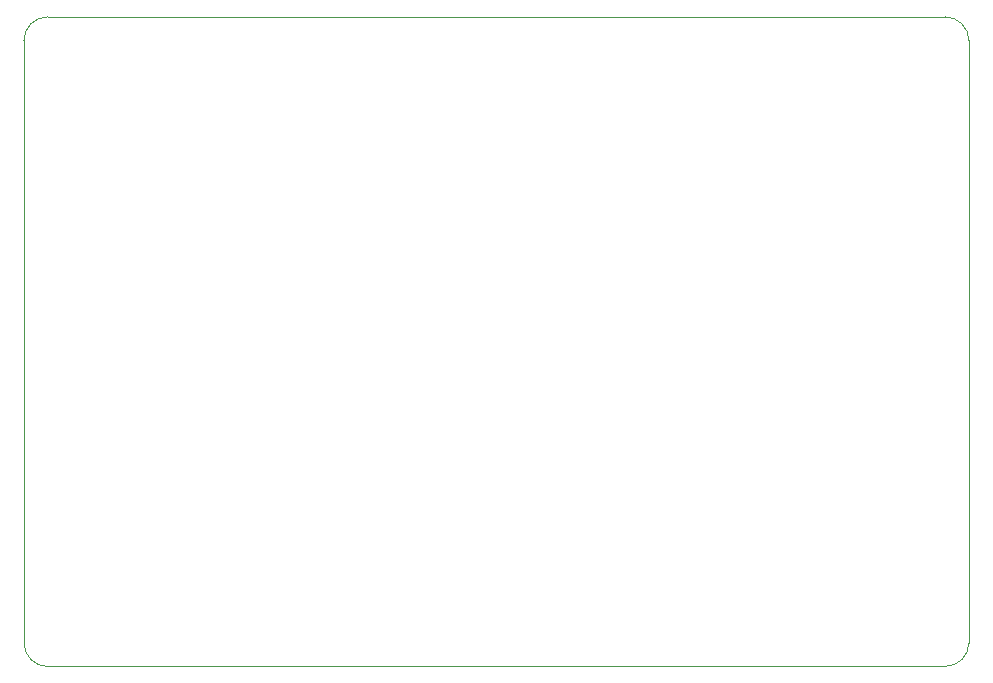
<source format=gbr>
%TF.GenerationSoftware,KiCad,Pcbnew,(5.99.0-10407-g1e8b23402c)*%
%TF.CreationDate,2021-04-27T17:36:10+08:00*%
%TF.ProjectId,PIC32MX150,50494333-324d-4583-9135-302e6b696361,rev?*%
%TF.SameCoordinates,Original*%
%TF.FileFunction,Profile,NP*%
%FSLAX46Y46*%
G04 Gerber Fmt 4.6, Leading zero omitted, Abs format (unit mm)*
G04 Created by KiCad (PCBNEW (5.99.0-10407-g1e8b23402c)) date 2021-04-27 17:36:10*
%MOMM*%
%LPD*%
G01*
G04 APERTURE LIST*
%TA.AperFunction,Profile*%
%ADD10C,0.050000*%
%TD*%
G04 APERTURE END LIST*
D10*
X118000000Y-40000000D02*
G75*
G02*
X120000000Y-42000000I0J-2000000D01*
G01*
X42000000Y-95000000D02*
G75*
G02*
X40000000Y-93000000I0J2000000D01*
G01*
X120000000Y-93000000D02*
G75*
G02*
X118000000Y-95000000I-2000000J0D01*
G01*
X42000000Y-95000000D02*
X118000000Y-95000000D01*
X40000000Y-42000000D02*
X40000000Y-93000000D01*
X40000000Y-42000000D02*
G75*
G02*
X42000000Y-40000000I2000000J0D01*
G01*
X118000000Y-40000000D02*
X42000000Y-40000000D01*
X120000000Y-93000000D02*
X120000000Y-42000000D01*
M02*

</source>
